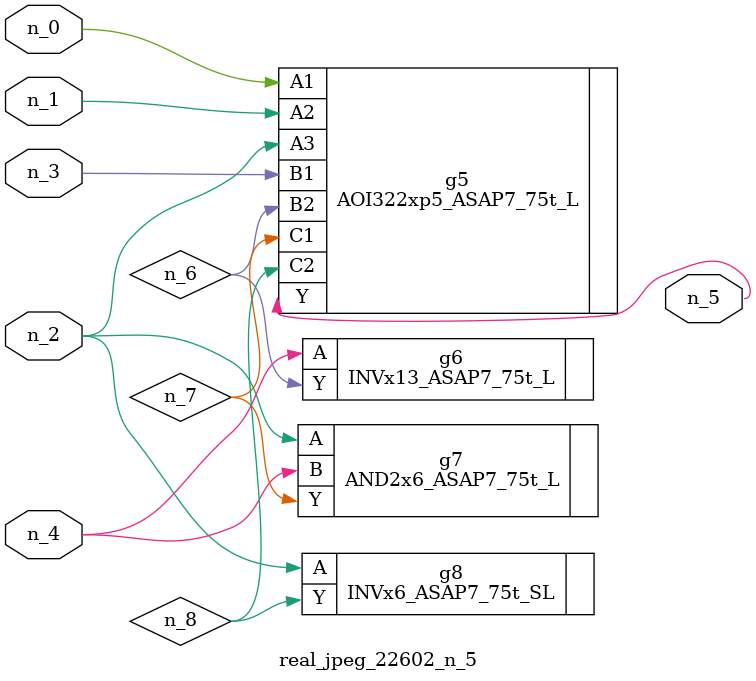
<source format=v>
module real_jpeg_22602_n_5 (n_4, n_0, n_1, n_2, n_3, n_5);

input n_4;
input n_0;
input n_1;
input n_2;
input n_3;

output n_5;

wire n_8;
wire n_6;
wire n_7;

AOI322xp5_ASAP7_75t_L g5 ( 
.A1(n_0),
.A2(n_1),
.A3(n_2),
.B1(n_3),
.B2(n_6),
.C1(n_7),
.C2(n_8),
.Y(n_5)
);

AND2x6_ASAP7_75t_L g7 ( 
.A(n_2),
.B(n_4),
.Y(n_7)
);

INVx6_ASAP7_75t_SL g8 ( 
.A(n_2),
.Y(n_8)
);

INVx13_ASAP7_75t_L g6 ( 
.A(n_4),
.Y(n_6)
);


endmodule
</source>
